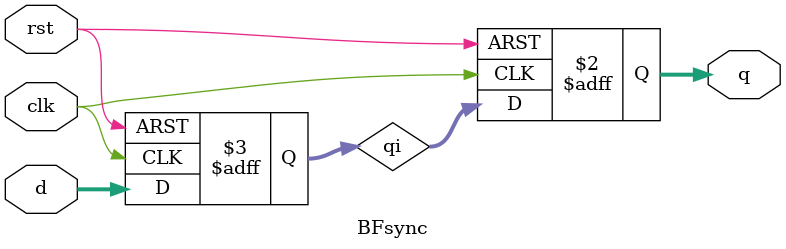
<source format=v>
`timescale 1ns / 1ps

module BFsync(
    input [2:0] d,
    input clk, rst,
    output reg [2:0] q
    );
    
    reg [2:0] qi;
    always@(posedge clk or posedge rst) begin
        if (rst) begin 
            q <= 3'b000;
            qi<= 3'b000;
        end
        else {q,qi} <= {qi,d}; 
    end
    
endmodule

</source>
